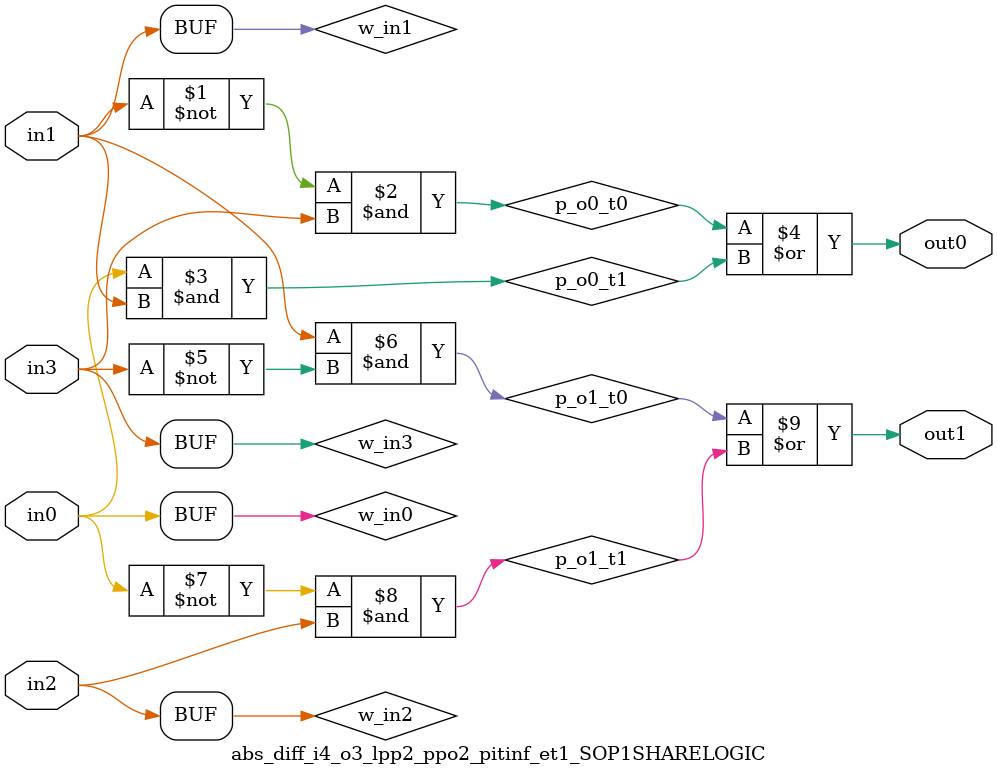
<source format=v>
module abs_diff_i4_o3_lpp2_ppo2_pitinf_et1_SOP1SHARELOGIC (in0, in1, in2, in3, out0, out1);
// declaring inputs
input in0,  in1,  in2,  in3;
// declaring outputs
output out0,  out1;
// JSON model input
wire w_in3, w_in2, w_in1, w_in0;
// JSON model output
wire w_g17, w_g21;
//json model
wire p_o0_t0, p_o0_t1, p_o1_t0, p_o1_t1;
// JSON model input assign
assign w_in3 = in3;
assign w_in2 = in2;
assign w_in1 = in1;
assign w_in0 = in0;
//json model assigns (approximated/XPATed part)
assign p_o0_t0 = ~w_in1 & w_in3;
assign p_o0_t1 = w_in0 & w_in1;
assign out0 = p_o0_t0 | p_o0_t1;
assign p_o1_t0 = w_in1 & ~w_in3;
assign p_o1_t1 = ~w_in0 & w_in2;
assign out1 = p_o1_t0 | p_o1_t1;
endmodule
</source>
